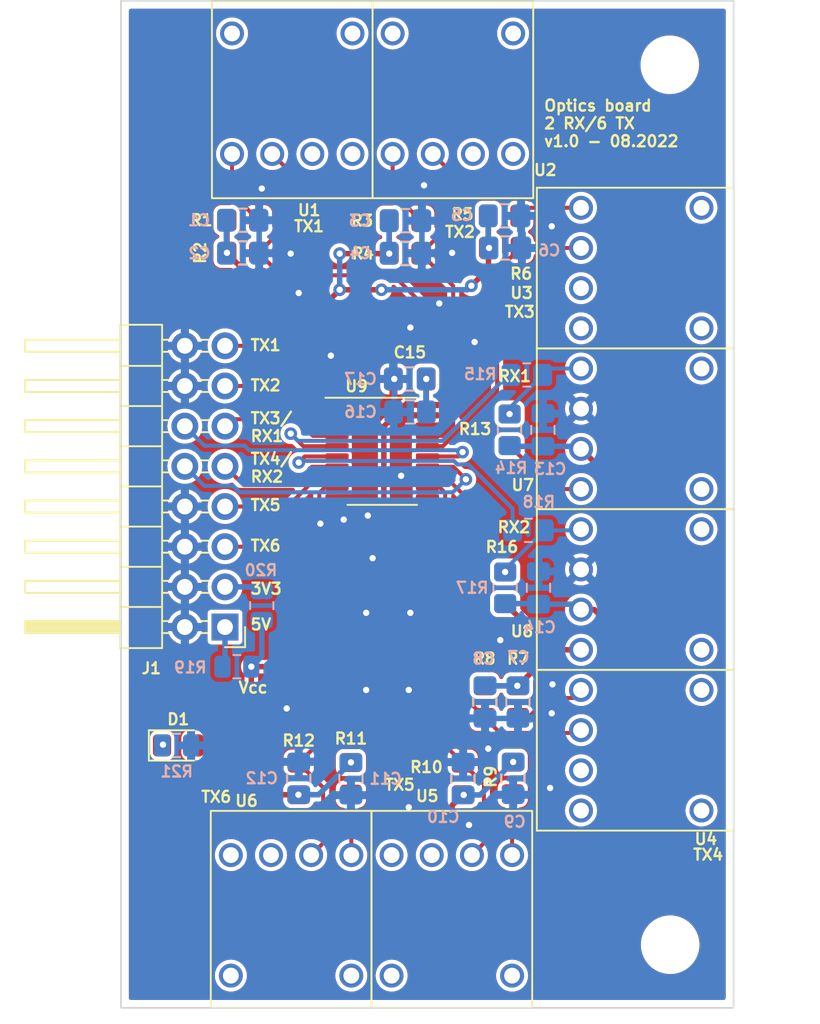
<source format=kicad_pcb>
(kicad_pcb (version 20211014) (generator pcbnew)
  (layers (0 "F.Cu" signal) (31 "B.Cu" signal) (34 "B.Paste" user) (35 "F.Paste" user) (36 "B.SilkS" user "B.Silkscreen") (37 "F.SilkS" user "F.Silkscreen") (38 "B.Mask" user) (39 "F.Mask" user) (44 "Edge.Cuts" user))
  (net 0 "")
  (net 1 "GND")
  (net 2 "VCC")
  (net 3 "Net-(D1-Pad1)")
  (net 4 "+5V")
  (net 5 "+3V3")
  (net 6 "/TX6")
  (net 7 "/TX5")
  (net 8 "/TX4")
  (net 9 "/RX2b")
  (net 10 "/TX3")
  (net 11 "/RX1b")
  (net 12 "/TX2")
  (net 13 "/TX1")
  (net 14 "Net-(R1-Pad1)")
  (net 15 "/TX1b")
  (net 16 "Net-(R3-Pad1)")
  (net 17 "/TX2b")
  (net 18 "Net-(R5-Pad1)")
  (net 19 "/TX3b")
  (net 20 "Net-(R7-Pad1)")
  (net 21 "/TX4b")
  (net 22 "Net-(R9-Pad1)")
  (net 23 "/TX5b")
  (net 24 "Net-(R11-Pad1)")
  (net 25 "/TX6b")
  (net 26 "Net-(R13-Pad1)")
  (net 27 "Net-(R13-Pad2)")
  (net 28 "/RX1")
  (net 29 "Net-(R16-Pad1)")
  (net 30 "Net-(R16-Pad2)")
  (net 31 "/RX2")
  (footprint "CL_Fiber_Optic:HFBR-2521Z" (layer "F.Cu") (at 128.651 66.7512 -90)
    (fp_text reference "U8")
    (fp_text value "HFBR-2521Z")
  )
  (footprint "Capacitor_SMD:C_0805_2012Metric_Pad1.18x1.45mm_HandSolder" (layer "F.Cu") (at 114.5247 53.4416)
    (fp_text reference "C15")
    (fp_text value "100nF")
  )
  (footprint "Resistor_SMD:R_0805_2012Metric_Pad1.20x1.40mm_HandSolder" (layer "F.Cu") (at 103.9528 43.4086 180)
    (fp_text reference "R1")
    (fp_text value "220R")
  )
  (footprint "Resistor_SMD:R_0805_2012Metric_Pad1.20x1.40mm_HandSolder" (layer "F.Cu") (at 120.4816 43.1292 180)
    (fp_text reference "R5")
    (fp_text value "220R")
  )
  (footprint "CL_Fiber_Optic:HFBR-2521Z" (layer "F.Cu") (at 128.651 56.5912 -90)
    (fp_text reference "U7")
    (fp_text value "HFBR-2521Z")
  )
  (footprint "Package_SO:TSSOP-20_4.4x6.5mm_P0.65mm" (layer "F.Cu") (at 112.776 58.0136)
    (fp_text reference "U9")
    (fp_text value "74HCT541")
  )
  (footprint "CL_Fiber_Optic:HFBR-1521Z" (layer "F.Cu") (at 107.0844 35.917)
    (fp_text reference "U1")
    (fp_text value "HFBR-1521Z")
  )
  (footprint "Resistor_SMD:R_0805_2012Metric_Pad1.20x1.40mm_HandSolder" (layer "F.Cu") (at 120.4976 45.1612 180)
    (fp_text reference "R6")
    (fp_text value "2k")
  )
  (footprint "CL_Fiber_Optic:HFBR-1521Z" (layer "F.Cu") (at 128.651 76.9112 -90)
    (fp_text reference "U4")
    (fp_text value "HFBR-1521Z")
  )
  (footprint "Connector_PinHeader_2.54mm:PinHeader_2x08_P2.54mm_Horizontal" (layer "F.Cu") (at 102.8304 69.1238 180)
    (fp_text reference "J1")
    (fp_text value "Conn_02x08_Odd_Even")
  )
  (footprint "CL_Fiber_Optic:HFBR-1521Z" (layer "F.Cu") (at 117.1788 86.8412 180)
    (fp_text reference "U5")
    (fp_text value "HFBR-1521Z")
  )
  (footprint "MountingHole:MountingHole_3.2mm_M3" (layer "F.Cu") (at 130.9624 33.5788)
    (fp_text reference "REF**" hide)
    (fp_text value "MountingHole_3.2mm_M3")
  )
  (footprint "Resistor_SMD:R_0805_2012Metric_Pad1.20x1.40mm_HandSolder" (layer "F.Cu") (at 114.2183 43.434 180)
    (fp_text reference "R3")
    (fp_text value "220R")
  )
  (footprint "LED_SMD:LED_0805_2012Metric_Pad1.15x1.40mm_HandSolder" (layer "F.Cu") (at 99.8728 76.6064)
    (fp_text reference "D1")
    (fp_text value "LED")
  )
  (footprint "Resistor_SMD:R_0805_2012Metric_Pad1.20x1.40mm_HandSolder" (layer "F.Cu") (at 121.031 78.6638 90)
    (fp_text reference "R9")
    (fp_text value "220R")
  )
  (footprint "Resistor_SMD:R_0805_2012Metric_Pad1.20x1.40mm_HandSolder" (layer "F.Cu") (at 114.2183 45.5168 180)
    (fp_text reference "R4")
    (fp_text value "2k")
  )
  (footprint "Resistor_SMD:R_0805_2012Metric_Pad1.20x1.40mm_HandSolder" (layer "F.Cu") (at 103.9528 45.466 180)
    (fp_text reference "R2")
    (fp_text value "2k")
  )
  (footprint "Resistor_SMD:R_0805_2012Metric_Pad1.20x1.40mm_HandSolder" (layer "F.Cu") (at 120.8292 56.6506 -90)
    (fp_text reference "R13")
    (fp_text value "0R")
  )
  (footprint "CL_Fiber_Optic:HFBR-1521Z" (layer "F.Cu") (at 128.651 46.4312 -90)
    (fp_text reference "U3")
    (fp_text value "HFBR-1521Z")
  )
  (footprint "Resistor_SMD:R_0805_2012Metric_Pad1.20x1.40mm_HandSolder" (layer "F.Cu") (at 117.8675 78.724 -90)
    (fp_text reference "R10")
    (fp_text value "2k")
  )
  (footprint "MountingHole:MountingHole_3.2mm_M3" (layer "F.Cu") (at 130.9878 89.2048)
    (fp_text reference "REF**" hide)
    (fp_text value "MountingHole_3.2mm_M3")
  )
  (footprint "Resistor_SMD:R_0805_2012Metric_Pad1.20x1.40mm_HandSolder" (layer "F.Cu") (at 121.3612 73.8378 90)
    (fp_text reference "R7")
    (fp_text value "220R")
  )
  (footprint "Resistor_SMD:R_0805_2012Metric_Pad1.20x1.40mm_HandSolder" (layer "F.Cu") (at 110.7948 78.6892 90)
    (fp_text reference "R11")
    (fp_text value "220R")
  )
  (footprint "Resistor_SMD:R_0805_2012Metric_Pad1.20x1.40mm_HandSolder" (layer "F.Cu") (at 120.5498 66.6422 -90)
    (fp_text reference "R16")
    (fp_text value "0R")
  )
  (footprint "CL_Fiber_Optic:HFBR-1521Z" (layer "F.Cu") (at 117.2444 35.917)
    (fp_text reference "U2")
    (fp_text value "HFBR-1521Z")
  )
  (footprint "CL_Fiber_Optic:HFBR-1521Z" (layer "F.Cu") (at 107.0102 86.8412 180)
    (fp_text reference "U6")
    (fp_text value "HFBR-1521Z")
  )
  (footprint "Resistor_SMD:R_0805_2012Metric_Pad1.20x1.40mm_HandSolder" (layer "F.Cu") (at 107.4928 78.724 -90)
    (fp_text reference "R12")
    (fp_text value "2k")
  )
  (footprint "Resistor_SMD:R_0805_2012Metric_Pad1.20x1.40mm_HandSolder" (layer "F.Cu") (at 119.253 73.8378 90)
    (fp_text reference "R8")
    (fp_text value "2k")
  )
  (footprint "Capacitor_SMD:C_0805_2012Metric_Pad1.18x1.45mm_HandSolder" (layer "B.Cu") (at 120.5191 43.1292 180)
    (fp_text reference "C5")
    (fp_text value "100nF")
  )
  (footprint "Capacitor_SMD:C_0805_2012Metric_Pad1.18x1.45mm_HandSolder" (layer "B.Cu") (at 117.8929 78.6986 -90)
    (fp_text reference "C10")
    (fp_text value "1uF")
  )
  (footprint "Resistor_SMD:R_0805_2012Metric" (layer "B.Cu") (at 99.7712 76.6064)
    (fp_text reference "R21")
    (fp_text value "2k")
  )
  (footprint "Capacitor_SMD:C_0805_2012Metric_Pad1.18x1.45mm_HandSolder" (layer "B.Cu") (at 103.9528 43.4086 180)
    (fp_text reference "C1")
    (fp_text value "100nF")
  )
  (footprint "Capacitor_SMD:C_0805_2012Metric_Pad1.18x1.45mm_HandSolder" (layer "B.Cu") (at 114.2398 45.4914 180)
    (fp_text reference "C4")
    (fp_text value "1uF")
  )
  (footprint "Capacitor_SMD:C_0805_2012Metric_Pad1.18x1.45mm_HandSolder" (layer "B.Cu") (at 110.7948 78.7146 90)
    (fp_text reference "C11")
    (fp_text value "100nF")
  )
  (footprint "Capacitor_SMD:C_0805_2012Metric_Pad1.18x1.45mm_HandSolder" (layer "B.Cu") (at 114.5325 55.5244)
    (fp_text reference "C16")
    (fp_text value "100nF")
  )
  (footprint "Capacitor_SMD:C_0805_2012Metric_Pad1.18x1.45mm_HandSolder" (layer "B.Cu") (at 103.9528 45.4914 180)
    (fp_text reference "C2")
    (fp_text value "1uF")
  )
  (footprint "Resistor_SMD:R_0805_2012Metric" (layer "B.Cu") (at 105.156 67.7672 90)
    (fp_text reference "R20")
    (fp_text value "DNP")
  )
  (footprint "Capacitor_SMD:C_0805_2012Metric_Pad1.18x1.45mm_HandSolder" (layer "B.Cu") (at 121.0564 78.6892 90)
    (fp_text reference "C9")
    (fp_text value "100nF")
  )
  (footprint "Capacitor_SMD:C_0805_2012Metric_Pad1.18x1.45mm_HandSolder" (layer "B.Cu") (at 114.2476 43.434 180)
    (fp_text reference "C3")
    (fp_text value "100nF")
  )
  (footprint "Resistor_SMD:R_0805_2012Metric_Pad1.20x1.40mm_HandSolder" (layer "B.Cu") (at 122.0216 63.01)
    (fp_text reference "R18")
    (fp_text value "47R")
  )
  (footprint "Resistor_SMD:R_0805_2012Metric_Pad1.20x1.40mm_HandSolder" (layer "B.Cu") (at 120.8292 56.66 -90)
    (fp_text reference "R14")
    (fp_text value "DNP")
  )
  (footprint "Capacitor_SMD:C_0805_2012Metric_Pad1.18x1.45mm_HandSolder" (layer "B.Cu") (at 119.2784 73.8593 90)
    (fp_text reference "C8")
    (fp_text value "1uF")
  )
  (footprint "Resistor_SMD:R_0805_2012Metric_Pad1.20x1.40mm_HandSolder" (layer "B.Cu") (at 121.92 53.1876)
    (fp_text reference "R15")
    (fp_text value "47R")
  )
  (footprint "Capacitor_SMD:C_0805_2012Metric_Pad1.18x1.45mm_HandSolder" (layer "B.Cu") (at 114.5032 53.4416)
    (fp_text reference "C17")
    (fp_text value "1uF")
  )
  (footprint "Capacitor_SMD:C_0805_2012Metric_Pad1.18x1.45mm_HandSolder" (layer "B.Cu") (at 121.3612 73.8632 90)
    (fp_text reference "C7")
    (fp_text value "100nF")
  )
  (footprint "Capacitor_SMD:C_0805_2012Metric_Pad1.18x1.45mm_HandSolder" (layer "B.Cu") (at 122.658 66.6422 -90)
    (fp_text reference "C14")
    (fp_text value "100nF")
  )
  (footprint "Capacitor_SMD:C_0805_2012Metric_Pad1.18x1.45mm_HandSolder" (layer "B.Cu") (at 122.9374 56.66 -90)
    (fp_text reference "C13")
    (fp_text value "100nF")
  )
  (footprint "Capacitor_SMD:C_0805_2012Metric_Pad1.18x1.45mm_HandSolder" (layer "B.Cu") (at 120.5699 45.1612 180)
    (fp_text reference "C6")
    (fp_text value "1uF")
  )
  (footprint "Capacitor_SMD:C_0805_2012Metric_Pad1.18x1.45mm_HandSolder" (layer "B.Cu") (at 107.4928 78.6826 -90)
    (fp_text reference "C12")
    (fp_text value "1uF")
  )
  (footprint "Resistor_SMD:R_0805_2012Metric_Pad1.20x1.40mm_HandSolder" (layer "B.Cu") (at 120.5498 66.6422 -90)
    (fp_text reference "R17")
    (fp_text value "DNP")
  )
  (footprint "Resistor_SMD:R_0805_2012Metric" (layer "B.Cu") (at 103.5812 71.628 180)
    (fp_text reference "R19")
    (fp_text value "0R")
  )
  (gr_rect (start 135 29.5344) (end 96.2484 93.1956) (layer "Edge.Cuts") (width 0.1) (fill none))
  (gr_text "TX6" (at 104.3686 63.9826) (layer "F.SilkS") (effects (font (size 0.7 0.7)) (justify left)))
  (gr_text "RX2" (at 119.9896 62.8142) (layer "F.SilkS") (effects (font (size 0.7 0.7)) (justify left)))
  (gr_text "TX4\n" (at 132.3594 83.5152) (layer "F.SilkS") (effects (font (size 0.7 0.7)) (justify left)))
  (gr_text "TX6" (at 101.2444 79.8576) (layer "F.SilkS") (effects (font (size 0.7 0.7)) (justify left)))
  (gr_text "TX3/\nRX1" (at 104.3686 56.4896) (layer "F.SilkS") (effects (font (size 0.7 0.7)) (justify left)))
  (gr_text "RX1" (at 120.0404 53.2638) (layer "F.SilkS") (effects (font (size 0.7 0.7)) (justify left)))
  (gr_text "Vcc" (at 103.6066 72.9488) (layer "F.SilkS") (effects (font (size 0.7 0.7)) (justify left)))
  (gr_text "3V3" (at 104.3686 66.7004) (layer "F.SilkS") (effects (font (size 0.7 0.7)) (justify left)))
  (gr_text "TX2" (at 104.3686 53.848) (layer "F.SilkS") (effects (font (size 0.7 0.7)) (justify left)))
  (gr_text "TX4/\nRX2" (at 104.3686 59.055) (layer "F.SilkS") (effects (font (size 0.7 0.7)) (justify left)))
  (gr_text "TX1" (at 104.3686 51.308) (layer "F.SilkS") (effects (font (size 0.7 0.7)) (justify left)))
  (gr_text "TX1" (at 107.1118 43.7896) (layer "F.SilkS") (effects (font (size 0.7 0.7)) (justify left)))
  (gr_text "TX3" (at 120.4468 49.1998) (layer "F.SilkS") (effects (font (size 0.7 0.7)) (justify left)))
  (gr_text "TX5" (at 112.8522 79.0956) (layer "F.SilkS") (effects (font (size 0.7 0.7)) (justify left)))
  (gr_text "Optics board\n2 RX/6 TX\nv1.0 - 08.2022" (at 122.936 37.2872) (layer "F.SilkS") (effects (font (size 0.7 0.7)) (justify left)))
  (gr_text "TX2" (at 116.6622 44.1452) (layer "F.SilkS") (effects (font (size 0.7 0.7)) (justify left)))
  (gr_text "TX5" (at 104.3686 61.4172) (layer "F.SilkS") (effects (font (size 0.7 0.7)) (justify left)))
  (gr_text "5V" (at 104.3686 68.961) (layer "F.SilkS") (effects (font (size 0.7 0.7)) (justify left)))
  (via (at 109.5248 51.9684) (size 0.8) (drill 0.4) (layers "F.Cu" "B.Cu") (net 1))
  (via (at 113.9698 59.563) (size 0.8) (drill 0.4) (layers "F.Cu" "B.Cu") (net 1))
  (via (at 107.4928 48.006) (size 0.8) (drill 0.4) (layers "F.Cu" "B.Cu") (net 1))
  (via (at 112.1664 64.77) (size 0.8) (drill 0.4) (layers "F.Cu" "B.Cu") (net 1))
  (via (at 111.8616 62.0776) (size 0.8) (drill 0.4) (layers "F.Cu" "B.Cu") (net 1))
  (via (at 105.156 41.402) (size 0.8) (drill 0.4) (layers "F.Cu" "B.Cu") (net 1))
  (via (at 119.4816 76.8096) (size 0.8) (drill 0.4) (layers "F.Cu" "B.Cu") (net 1))
  (via (at 111.76 68.2244) (size 0.8) (drill 0.4) (layers "F.Cu" "B.Cu") (net 1))
  (via (at 116.3828 48.6664) (size 0.8) (drill 0.4) (layers "F.Cu" "B.Cu") (net 1))
  (via (at 117.1956 45.466) (size 0.8) (drill 0.4) (layers "F.Cu" "B.Cu") (net 1))
  (via (at 115.4176 41.1988) (size 0.8) (drill 0.4) (layers "F.Cu" "B.Cu") (net 1))
  (via (at 111.76 73.1012) (size 0.8) (drill 0.4) (layers "F.Cu" "B.Cu") (net 1))
  (via (at 114.4524 73.1012) (size 0.8) (drill 0.4) (layers "F.Cu" "B.Cu") (net 1))
  (via (at 120.2436 69.9516) (size 0.8) (drill 0.4) (layers "F.Cu" "B.Cu") (net 1))
  (via (at 108.8644 62.5856) (size 0.8) (drill 0.4) (layers "F.Cu" "B.Cu") (net 1))
  (via (at 114.554 50.1904) (size 0.8) (drill 0.4) (layers "F.Cu" "B.Cu") (net 1))
  (via (at 123.5456 72.7456) (size 0.8) (drill 0.4) (layers "F.Cu" "B.Cu") (net 1))
  (via (at 106.7308 74.2696) (size 0.8) (drill 0.4) (layers "F.Cu" "B.Cu") (net 1))
  (via (at 123.3932 79.2988) (size 0.8) (drill 0.4) (layers "F.Cu" "B.Cu") (net 1))
  (via (at 114.554 68.2244) (size 0.8) (drill 0.4) (layers "F.Cu" "B.Cu") (net 1))
  (via (at 106.9848 45.5168) (size 0.8) (drill 0.4) (layers "F.Cu" "B.Cu") (net 1))
  (via (at 118.2624 81.6356) (size 0.8) (drill 0.4) (layers "F.Cu" "B.Cu") (net 1))
  (via (at 118.618 51.1048) (size 0.8) (drill 0.4) (layers "F.Cu" "B.Cu") (net 1))
  (via (at 110.3376 62.3316) (size 0.8) (drill 0.4) (layers "F.Cu" "B.Cu") (net 1))
  (via (at 123.4948 43.7896) (size 0.8) (drill 0.4) (layers "F.Cu" "B.Cu") (net 1))
  (via (at 114.4524 80.518) (size 0.8) (drill 0.4) (layers "F.Cu" "B.Cu") (net 1))
  (via (at 113.538 53.4416) (size 0.8) (drill 0.4) (layers "F.Cu" "B.Cu") (net 1))
  (via (at 123.4948 74.5744) (size 0.8) (drill 0.4) (layers "F.Cu" "B.Cu") (net 1))
  (segment (start 115.2851 43.434) (end 115.2851 45.4836) (width 0.35) (layer "B.Cu") (net 1))
  (segment (start 104.9903 43.4086) (end 104.9903 45.4914) (width 0.35) (layer "B.Cu") (net 1))
  (segment (start 121.3612 74.9007) (end 119.2823 74.9007) (width 0.35) (layer "B.Cu") (net 1))
  (segment (start 115.2851 45.4836) (end 115.2773 45.4914) (width 0.35) (layer "B.Cu") (net 1))
  (segment (start 113.538 53.4416) (end 113.538 55.4814) (width 0.35) (layer "B.Cu") (net 1))
  (segment (start 113.538 55.4814) (end 113.495 55.5244) (width 0.35) (layer "B.Cu") (net 1))
  (segment (start 119.2823 74.9007) (end 119.2784 74.8968) (width 0.35) (layer "B.Cu") (net 1))
  (segment (start 106.9848 71.628) (end 107.6452 70.9676) (width 0.35) (layer "F.Cu") (net 2))
  (segment (start 116.973578 85.274378) (end 123.480001 85.274378) (width 0.35) (layer "F.Cu") (net 2))
  (segment (start 119.4976 46.466) (end 118.4148 47.5488) (width 0.35) (layer "F.Cu") (net 2))
  (segment (start 107.6452 68.072) (end 112.8776 62.8396) (width 0.35) (layer "F.Cu") (net 2))
  (segment (start 104.4937 71.628) (end 106.9848 71.628) (width 0.35) (layer "F.Cu") (net 2))
  (segment (start 107.0864 49.6316) (end 102.9528 45.498) (width 0.35) (layer "F.Cu") (net 2))
  (segment (start 107.6452 70.9676) (end 107.6452 68.072) (width 0.35) (layer "F.Cu") (net 2))
  (segment (start 112.1156 49.6316) (end 114.5032 52.0192) (width 0.35) (layer "F.Cu") (net 2))
  (segment (start 114.5032 52.0192) (end 114.5032 54.8132) (width 0.35) (layer "F.Cu") (net 2))
  (segment (start 108.2548 49.6316) (end 112.1156 49.6316) (width 0.35) (layer "F.Cu") (net 2))
  (segment (start 104.4937 71.628) (end 104.4937 77.2179) (width 0.35) (layer "F.Cu") (net 2))
  (segment (start 112.8776 56.4388) (end 114.2278 55.0886) (width 0.35) (layer "F.Cu") (net 2))
  (segment (start 121.3198 72.8378) (end 121.3612 72.8378) (width 0.35) (layer "F.Cu") (net 2))
  (segment (start 113.2183 43.434) (end 113.2183 45.5168) (width 0.35) (layer "F.Cu") (net 2))
  (segment (start 126.7968 68.6308) (end 126.7968 59.309) (width 0.35) (layer "F.Cu") (net 2))
  (segment (start 123.480001 85.274378) (end 126.7968 81.957579) (width 0.35) (layer "F.Cu") (net 2))
  (segment (start 110.0836 47.8028) (end 108.2548 49.6316) (width 0.35) (layer "F.Cu") (net 2))
  (segment (start 112.8776 62.8396) (end 112.8776 56.4388) (width 0.35) (layer "F.Cu") (net 2))
  (segment (start 126.1872 68.0212) (end 126.7968 68.6308) (width 0.35) (layer "F.Cu") (net 2))
  (segment (start 125.349 68.0212) (end 126.1872 68.0212) (width 0.35) (layer "F.Cu") (net 2))
  (segment (start 121.3612 72.8378) (end 122.3678 71.8312) (width 0.35) (layer "F.Cu") (net 2))
  (segment (start 100.8978 76.6064) (end 103.8822 76.6064) (width 0.35) (layer "F.Cu") (net 2))
  (segment (start 117.8675 79.724) (end 117.1956 80.3959) (width 0.35) (layer "F.Cu") (net 2))
  (segment (start 117.1956 80.3959) (end 117.1956 84.328) (width 0.35) (layer "F.Cu") (net 2))
  (segment (start 119.4816 43.1292) (end 119.4816 45.1452) (width 0.35) (layer "F.Cu") (net 2))
  (segment (start 105.768555 85.274378) (end 116.973578 85.274378) (width 0.35) (layer "F.Cu") (net 2))
  (segment (start 115.5622 53.4416) (end 115.5622 55.0123) (width 0.35) (layer "F.Cu") (net 2))
  (segment (start 108.2548 49.6316) (end 107.0864 49.6316) (width 0.35) (layer "F.Cu") (net 2))
  (segment (start 116.313178 85.274378) (end 116.973578 85.274378) (width 0.35) (layer "F.Cu") (net 2))
  (segment (start 114.2278 55.0886) (end 115.6385 55.0886) (width 0.35) (layer "F.Cu") (net 2))
  (segment (start 126.7968 59.309) (end 125.349 57.8612) (width 0.35) (layer "F.Cu") (net 2))
  (segment (start 119.4976 45.1612) (end 119.4976 46.466) (width 0.35) (layer "F.Cu") (net 2))
  (segment (start 126.492 71.8312) (end 126.7968 71.5264) (width 0.35) (layer "F.Cu") (net 2))
  (segment (start 126.7968 81.957579) (end 126.7968 71.5264) (width 0.35) (layer "F.Cu") (net 2))
  (segment (start 104.4937 83.999523) (end 105.768555 85.274378) (width 0.35) (layer "F.Cu") (net 2))
  (segment (start 104.8154 79.724) (end 104.4937 79.4023) (width 0.35) (layer "F.Cu") (net 2))
  (segment (start 115.5622 55.0123) (end 115.6385 55.0886) (width 0.35) (layer "F.Cu") (net 2))
  (segment (start 103.8822 76.6064) (end 104.4937 77.2179) (width 0.35) (layer "F.Cu") (net 2))
  (segment (start 104.4937 79.4023) (end 104.4937 83.999523) (width 0.35) (layer "F.Cu") (net 2))
  (segment (start 122.3678 71.8312) (end 126.492 71.8312) (width 0.35) (layer "F.Cu") (net 2))
  (segment (start 112.7252 47.8028) (end 110.0836 47.8028) (width 0.35) (layer "F.Cu") (net 2))
  (segment (start 114.5032 54.8132) (end 114.2278 55.0886) (width 0.35) (layer "F.Cu") (net 2))
  (segment (start 117.1956 84.328) (end 116.2812 85.2424) (width 0.35) (layer "F.Cu") (net 2))
  (segment (start 119.253 72.8378) (end 121.3198 72.8378) (width 0.35) (layer "F.Cu") (net 2))
  (segment (start 113.2183 45.5168) (end 110.0836 45.5168) (width 0.35) (layer "F.Cu") (net 2))
  (segment (start 119.4816 45.1452) (end 119.4976 45.1612) (width 0.35) (layer "F.Cu") (net 2))
  (segment (start 102.9528 43.4086) (end 102.9528 45.466) (width 0.35) (layer "F.Cu") (net 2))
  (segment (start 104.4937 77.2179) (end 104.4937 79.4023) (width 0.35) (layer "F.Cu") (net 2))
  (segment (start 116.2812 85.2424) (end 116.313178 85.274378) (width 0.35) (layer "F.Cu") (net 2))
  (segment (start 107.474 79.724) (end 104.8154 79.724) (width 0.35) (layer "F.Cu") (net 2))
  (segment (start 107.4928 79.724) (end 107.474 79.724) (width 0.35) (layer "F.Cu") (net 2))
  (segment (start 102.9528 45.498) (end 102.9528 45.466) (width 0.35) (layer "F.Cu") (net 2))
  (segment (start 126.7968 71.5264) (end 126.7968 68.6308) (width 0.35) (layer "F.Cu") (net 2))
  (via (at 110.7948 77.6771) (size 0.8) (drill 0.4) (layers "F.Cu" "B.Cu") (net 2))
  (via (at 118.4148 47.5488) (size 0.8) (drill 0.4) (layers "F.Cu" "B.Cu") (net 2))
  (via (at 121.0564 77.6517) (size 0.8) (drill 0.4) (layers "F.Cu" "B.Cu") (net 2))
  (via (at 112.7252 47.8028) (size 0.8) (drill 0.4) (layers "F.Cu" "B.Cu") (net 2))
  (via (at 121.3198 72.8378) (size 0.8) (drill 0.4) (layers "F.Cu" "B.Cu") (net 2))
  (via (at 119.5324 45.1612) (size 0.8) (drill 0.4) (layers "F.Cu" "B.Cu") (net 2))
  (via (at 110.0836 47.8028) (size 0.8) (drill 0.4) (layers "F.Cu" "B.Cu") (net 2))
  (via (at 102.9528 45.466) (size 0.8) (drill 0.4) (layers "F.Cu" "B.Cu") (net 2))
  (via (at 110.0836 45.5168) (size 0.8) (drill 0.4) (layers "F.Cu" "B.Cu") (net 2))
  (via (at 107.474 79.724) (size 0.8) (drill 0.4) (layers "F.Cu" "B.Cu") (net 2))
  (via (at 117.9267 79.7361) (size 0.8) (drill 0.4) (layers "F.Cu" "B.Cu") (net 2))
  (via (at 115.5622 53.4416) (size 0.8) (drill 0.4) (layers "F.Cu" "B.Cu") (net 2))
  (via (at 104.4937 71.628) (size 0.8) (drill 0.4) (layers "F.Cu" "B.Cu") (net 2))
  (via (at 113.2183 45.5168) (size 0.8) (drill 0.4) (layers "F.Cu" "B.Cu") (net 2))
  (segment (start 118.1608 47.8028) (end 112.7252 47.8028) (width 0.35) (layer "B.Cu") (net 2))
  (segment (start 125.0075 67.6797) (end 125.349 68.0212) (width 0.35) (layer "B.Cu") (net 2))
  (segment (start 107.4928 79.7201) (end 108.7518 79.7201) (width 0.35) (layer "B.Cu") (net 2))
  (segment (start 115.5407 55.4951) (end 115.57 55.5244) (width 0.35) (layer "B.Cu") (net 2))
  (segment (start 110.0836 45.5168) (end 110.0836 47.8028) (width 0.35) (layer "B.Cu") (net 2))
  (segment (start 102.9153 43.4086) (end 102.9153 45.4914) (width 0.35) (layer "B.Cu") (net 2))
  (segment (start 115.5407 53.4416) (end 115.5407 55.4951) (width 0.35) (layer "B.Cu") (net 2))
  (segment (start 119.4816 43.1292) (end 119.4816 45.1104) (width 0.35) (layer "B.Cu") (net 2))
  (segment (start 120.5498 67.6422) (end 122.6205 67.6422) (width 0.35) (layer "B.Cu") (net 2))
  (segment (start 113.2101 45.4836) (end 113.2023 45.4914) (width 0.35) (layer "B.Cu") (net 2))
  (segment (start 113.2101 43.434) (end 113.2101 45.4836) (width 0.35) (layer "B.Cu") (net 2))
  (segment (start 125.1853 57.6975) (end 125.349 57.8612) (width 0.35) (layer "B.Cu") (net 2))
  (segment (start 117.9267 79.7361) (end 118.972 79.7361) (width 0.35) (layer "B.Cu") (net 2))
  (segment (start 120.8667 57.6975) (end 120.8292 57.66) (width 0.35) (layer "B.Cu") (net 2))
  (segment (start 118.972 79.7361) (end 121.0564 77.6517) (width 0.35) (layer "B.Cu") (net 2))
  (segment (start 122.9374 57.6975) (end 125.1853 57.6975) (width 0.35) (layer "B.Cu") (net 2))
  (segment (start 105.156 68.6797) (end 105.156 70.9657) (width 0.35) (layer "B.Cu") (net 2))
  (segment (start 118.4148 47.5488) (end 118.1608 47.8028) (width 0.35) (layer "B.Cu") (net 2))
  (segment (start 122.658 67.6797) (end 125.0075 67.6797) (width 0.35) (layer "B.Cu") (net 2))
  (segment (start 119.4816 45.1104) (end 119.5324 45.1612) (width 0.35) (layer "B.Cu") (net 2))
  (segment (start 121.3198 72.8378) (end 119.2944 72.8378) (width 0.35) (layer "B.Cu") (net 2))
  (segment (start 117.8929 79.7361) (end 117.9267 79.7361) (width 0.35) (layer "B.Cu") (net 2))
  (segment (start 108.7518 79.7201) (end 110.7948 77.6771) (width 0.35) (layer "B.Cu") (net 2))
  (segment (start 105.156 70.9657) (end 104.4937 71.628) (width 0.35) (layer "B.Cu") (net 2))
  (segment (start 119.2944 72.8378) (end 119.2784 72.8218) (width 0.35) (layer "B.Cu") (net 2))
  (segment (start 122.6205 67.6422) (end 122.658 67.6797) (width 0.35) (layer "B.Cu") (net 2))
  (segment (start 122.9374 57.6975) (end 120.8667 57.6975) (width 0.35) (layer "B.Cu") (net 2))
  (via (at 98.9076 76.5556) (size 0.8) (drill 0.4) (layers "F.Cu" "B.Cu") (net 3))
  (segment (start 102.8304 71.4663) (end 102.6687 71.628) (width 0.35) (layer "B.Cu") (net 4))
  (segment (start 102.8304 69.1238) (end 102.8304 71.4663) (width 0.35) (layer "B.Cu") (net 4))
  (segment (start 104.8851 66.5838) (end 105.156 66.8547) (width 0.35) (layer "B.Cu") (net 5))
  (segment (start 102.8304 66.5838) (end 104.8851 66.5838) (width 0.35) (layer "B.Cu") (net 5))
  (segment (start 105.9838 64.0438) (end 108.795 61.2326) (width 0.254) (layer "F.Cu") (net 6))
  (segment (start 109.145763 60.2886) (end 109.9135 60.2886) (width 0.254) (layer "F.Cu") (net 6))
  (segment (start 102.8304 64.0438) (end 105.9838 64.0438) (width 0.254) (layer "F.Cu") (net 6))
  (segment (start 108.795 60.639363) (end 109.145763 60.2886) (width 0.254) (layer "F.Cu") (net 6))
  (segment (start 108.795 61.2326) (end 108.795 60.639363) (width 0.254) (layer "F.Cu") (net 6))
  (segment (start 106.7966 61.5038) (end 108.6618 59.6386) (width 0.254) (layer "F.Cu") (net 7))
  (segment (start 102.8304 61.5038) (end 106.7966 61.5038) (width 0.254) (layer "F.Cu") (net 7))
  (segment (start 108.6618 59.6386) (end 109.9135 59.6386) (width 0.254) (layer "F.Cu") (net 7))
  (segment (start 109.9135 58.9886) (end 108.333001 58.9886) (width 0.254) (layer "F.Cu") (net 8))
  (segment (start 108.333001 58.9886) (end 107.377601 59.944) (width 0.254) (layer "F.Cu") (net 8))
  (segment (start 107.377601 59.944) (end 103.8106 59.944) (width 0.254) (layer "F.Cu") (net 8))
  (segment (start 103.8106 59.944) (end 102.8304 58.9638) (width 0.254) (layer "F.Cu") (net 8))
  (segment (start 115.6385 58.9886) (end 117.270006 58.9886) (width 0.254) (layer "F.Cu") (net 9))
  (segment (start 117.270006 58.9886) (end 118.066103 59.784697) (width 0.254) (layer "F.Cu") (net 9))
  (via (at 118.066103 59.784697) (size 0.8) (drill 0.4) (layers "F.Cu" "B.Cu") (net 9))
  (segment (start 117.2464 60.6044) (end 118.066103 59.784697) (width 0.254) (layer "B.Cu") (net 9))
  (segment (start 101.5214 60.1948) (end 103.340297 60.1948) (width 0.254) (layer "B.Cu") (net 9))
  (segment (start 103.340297 60.1948) (end 103.749897 60.6044) (width 0.254) (layer "B.Cu") (net 9))
  (segment (start 100.2904 58.9638) (end 101.5214 60.1948) (width 0.254) (layer "B.Cu") (net 9))
  (segment (start 103.749897 60.6044) (end 117.2464 60.6044) (width 0.254) (layer "B.Cu") (net 9))
  (segment (start 103.2726 55.9816) (end 107.3404 55.9816) (width 0.254) (layer "F.Cu") (net 10))
  (segment (start 107.3404 55.9816) (end 108.3974 57.0386) (width 0.254) (layer "F.Cu") (net 10))
  (segment (start 102.8304 56.4238) (end 103.2726 55.9816) (width 0.254) (layer "F.Cu") (net 10))
  (segment (start 108.3974 57.0386) (end 109.9135 57.0386) (width 0.254) (layer "F.Cu") (net 10))
  (segment (start 117.5818 58.3386) (end 117.856 58.0644) (width 0.254) (layer "F.Cu") (net 11))
  (segment (start 115.6385 58.3386) (end 117.5818 58.3386) (width 0.254) (layer "F.Cu") (net 11))
  (via (at 117.856 58.0644) (size 0.8) (drill 0.4) (layers "F.Cu" "B.Cu") (net 11))
  (segment (start 117.7354 57.9438) (end 104.358815 57.9438) (width 0.254) (layer "B.Cu") (net 11))
  (segment (start 117.856 58.0644) (end 117.7354 57.9438) (width 0.254) (layer "B.Cu") (net 11))
  (segment (start 101.5246 57.658) (end 100.2904 56.4238) (width 0.254) (layer "B.Cu") (net 11))
  (segment (start 104.358815 57.9438) (end 104.073015 57.658) (width 0.254) (layer "B.Cu") (net 11))
  (segment (start 104.073015 57.658) (end 101.5246 57.658) (width 0.254) (layer "B.Cu") (net 11))
  (segment (start 108.947 56.369) (end 109.8939 56.369) (width 0.254) (layer "F.Cu") (net 12))
  (segment (start 109.8939 56.369) (end 109.9135 56.3886) (width 0.254) (layer "F.Cu") (net 12))
  (segment (start 106.4618 53.8838) (end 108.947 56.369) (width 0.254) (layer "F.Cu") (net 12))
  (segment (start 102.8304 53.8838) (end 106.4618 53.8838) (width 0.254) (layer "F.Cu") (net 12))
  (segment (start 105.8014 51.3438) (end 102.8304 51.3438) (width 0.254) (layer "F.Cu") (net 13))
  (segment (start 108.795 55.387837) (end 108.795 54.3374) (width 0.254) (layer "F.Cu") (net 13))
  (segment (start 108.795 54.3374) (end 105.8014 51.3438) (width 0.254) (layer "F.Cu") (net 13))
  (segment (start 109.9135 55.7386) (end 109.145763 55.7386) (width 0.254) (layer "F.Cu") (net 13))
  (segment (start 109.145763 55.7386) (end 108.795 55.387837) (width 0.254) (layer "F.Cu") (net 13))
  (segment (start 104.9528 43.4086) (end 103.2744 41.7302) (width 0.254) (layer "F.Cu") (net 14))
  (segment (start 103.2744 41.7302) (end 103.2744 39.219) (width 0.254) (layer "F.Cu") (net 14))
  (segment (start 113.4872 46.8884) (end 116.757 50.1582) (width 0.254) (layer "F.Cu") (net 15))
  (segment (start 106.571899 39.976499) (end 106.571899 43.846901) (width 0.254) (layer "F.Cu") (net 15))
  (segment (start 106.571899 43.846901) (end 104.9528 45.466) (width 0.254) (layer "F.Cu") (net 15))
  (segment (start 116.433 56.3886) (end 115.6385 56.3886) (width 0.254) (layer "F.Cu") (net 15))
  (segment (start 105.8144 39.219) (end 106.571899 39.976499) (width 0.254) (layer "F.Cu") (net 15))
  (segment (start 116.757 50.1582) (end 116.757 56.0646) (width 0.254) (layer "F.Cu") (net 15))
  (segment (start 106.3752 46.8884) (end 113.4872 46.8884) (width 0.254) (layer "F.Cu") (net 15))
  (segment (start 116.757 56.0646) (end 116.433 56.3886) (width 0.254) (layer "F.Cu") (net 15))
  (segment (start 104.9528 45.466) (end 106.3752 46.8884) (width 0.254) (layer "F.Cu") (net 15))
  (segment (start 113.4344 41.6501) (end 113.4344 39.219) (width 0.254) (layer "F.Cu") (net 16))
  (segment (start 115.2183 43.434) (end 113.4344 41.6501) (width 0.254) (layer "F.Cu") (net 16))
  (segment (start 116.731899 44.003201) (end 115.2183 45.5168) (width 0.254) (layer "F.Cu") (net 17))
  (segment (start 116.545 57.0386) (end 115.6385 57.0386) (width 0.254) (layer "F.Cu") (net 17))
  (segment (start 117.265 47.5635) (end 117.265 56.3186) (width 0.254) (layer "F.Cu") (net 17))
  (segment (start 115.2183 45.5168) (end 117.265 47.5635) (width 0.254) (layer "F.Cu") (net 17))
  (segment (start 115.9744 39.219) (end 116.731899 39.976499) (width 0.254) (layer "F.Cu") (net 17))
  (segment (start 117.265 56.3186) (end 116.545 57.0386) (width 0.254) (layer "F.Cu") (net 17))
  (segment (start 116.731899 39.976499) (end 116.731899 44.003201) (width 0.254) (layer "F.Cu") (net 17))
  (segment (start 121.4816 43.1292) (end 121.9896 42.6212) (width 0.254) (layer "F.Cu") (net 18))
  (segment (start 121.9896 42.6212) (end 125.349 42.6212) (width 0.254) (layer "F.Cu") (net 18))
  (segment (start 116.61342 57.6886) (end 115.6385 57.6886) (width 0.254) (layer "F.Cu") (net 19))
  (segment (start 121.4976 45.1612) (end 125.349 45.1612) (width 0.254) (layer "F.Cu") (net 19))
  (segment (start 120.0404 54.26162) (end 116.61342 57.6886) (width 0.254) (layer "F.Cu") (net 19))
  (segment (start 120.0404 46.6184) (end 120.0404 54.26162) (width 0.254) (layer "F.Cu") (net 19))
  (segment (start 121.4976 45.1612) (end 120.0404 46.6184) (width 0.254) (layer "F.Cu") (net 19))
  (segment (start 123.2408 73.6092) (end 124.841 73.6092) (width 0.254) (layer "F.Cu") (net 20))
  (segment (start 121.3612 74.8378) (end 122.0122 74.8378) (width 0.254) (layer "F.Cu") (net 20))
  (segment (start 122.0122 74.8378) (end 123.2408 73.6092) (width 0.254) (layer "F.Cu") (net 20))
  (segment (start 124.841 73.6092) (end 125.349 73.1012) (width 0.254) (layer "F.Cu") (net 20))
  (segment (start 125.1714 75.8188) (end 125.349 75.6412) (width 0.254) (layer "F.Cu") (net 21))
  (segment (start 119.253 74.8378) (end 120.234 75.8188) (width 0.254) (layer "F.Cu") (net 21))
  (segment (start 118.172 73.7568) (end 119.253 74.8378) (width 0.254) (layer "F.Cu") (net 21))
  (segment (start 115.6385 59.6386) (end 116.7886 59.6386) (width 0.254) (layer "F.Cu") (net 21))
  (segment (start 118.172 61.022) (end 118.172 73.7568) (width 0.254) (layer "F.Cu") (net 21))
  (segment (start 120.234 75.8188) (end 125.1714 75.8188) (width 0.254) (layer "F.Cu") (net 21))
  (segment (start 116.7886 59.6386) (end 118.172 61.022) (width 0.254) (layer "F.Cu") (net 21))
  (segment (start 120.9888 79.706) (end 120.9888 83.5392) (width 0.254) (layer "F.Cu") (net 22))
  (segment (start 121.031 79.6638) (end 120.9888 79.706) (width 0.254) (layer "F.Cu") (net 22))
  (segment (start 116.757 76.6135) (end 116.757 60.639363) (width 0.254) (layer "F.Cu") (net 23))
  (segment (start 116.757 60.639363) (end 116.406237 60.2886) (width 0.254) (layer "F.Cu") (net 23))
  (segment (start 117.8675 77.724) (end 119.206299 79.062799) (width 0.254) (layer "F.Cu") (net 23))
  (segment (start 119.206299 79.062799) (end 119.206299 82.781701) (width 0.254) (layer "F.Cu") (net 23))
  (segment (start 117.8675 77.724) (end 116.757 76.6135) (width 0.254) (layer "F.Cu") (net 23))
  (segment (start 119.206299 82.781701) (end 118.4488 83.5392) (width 0.254) (layer "F.Cu") (net 23))
  (segment (start 116.406237 60.2886) (end 115.6385 60.2886) (width 0.254) (layer "F.Cu") (net 23))
  (segment (start 110.7948 79.6892) (end 110.8202 79.7146) (width 0.254) (layer "F.Cu") (net 24))
  (segment (start 110.8202 79.7146) (end 110.8202 83.5392) (width 0.254) (layer "F.Cu") (net 24))
  (segment (start 109.9312 75.2856) (end 109.9312 68.1736) (width 0.254) (layer "F.Cu") (net 25))
  (segment (start 107.4928 77.724) (end 109.037699 79.268899) (width 0.254) (layer "F.Cu") (net 25))
  (segment (start 109.9312 68.1736) (end 115.6385 62.4663) (width 0.254) (layer "F.Cu") (net 25))
  (segment (start 109.037699 79.268899) (end 109.037699 82.781701) (width 0.254) (layer "F.Cu") (net 25))
  (segment (start 115.6385 62.4663) (end 115.6385 60.9386) (width 0.254) (layer "F.Cu") (net 25))
  (segment (start 107.4928 77.724) (end 109.9312 75.2856) (width 0.254) (layer "F.Cu") (net 25))
  (segment (start 109.037699 82.781701) (end 108.2802 83.5392) (width 0.254) (layer "F.Cu") (net 25))
  (via (at 120.8292 55.66) (size 0.8) (drill 0.4) (layers "F.Cu" "B.Cu") (net 26))
  (segment (start 120.8292 55.66) (end 120.8292 55.2784) (width 0.254) (layer "B.Cu") (net 26))
  (segment (start 120.8292 55.2784) (end 122.92 53.1876) (width 0.254) (layer "B.Cu") (net 26))
  (segment (start 122.92 53.1876) (end 123.3264 52.7812) (width 0.254) (layer "B.Cu") (net 26))
  (segment (start 123.3264 52.7812) (end 125.349 52.7812) (width 0.254) (layer "B.Cu") (net 26))
  (segment (start 120.8292 57.6506) (end 123.5798 60.4012) (width 0.254) (layer "F.Cu") (net 27))
  (segment (start 123.5798 60.4012) (end 125.349 60.4012) (width 0.254) (layer "F.Cu") (net 27))
  (segment (start 107.7774 57.6886) (end 109.9135 57.6886) (width 0.254) (layer "F.Cu") (net 28))
  (segment (start 106.9848 56.896) (end 107.7774 57.6886) (width 0.254) (layer "F.Cu") (net 28))
  (via (at 106.9848 56.896) (size 0.8) (drill 0.4) (layers "F.Cu" "B.Cu") (net 28))
  (segment (start 120.7516 53.1876) (end 120.92 53.1876) (width 0.254) (layer "B.Cu") (net 28))
  (segment (start 116.586 57.3532) (end 120.7516 53.1876) (width 0.254) (layer "B.Cu") (net 28))
  (segment (start 106.9848 56.896) (end 107.442 57.3532) (width 0.254) (layer "B.Cu") (net 28))
  (segment (start 107.442 57.3532) (end 116.586 57.3532) (width 0.254) (layer "B.Cu") (net 28))
  (via (at 120.5498 65.6422) (size 0.8) (drill 0.4) (layers "F.Cu" "B.Cu") (net 29))
  (segment (start 123.0216 63.01) (end 125.2802 63.01) (width 0.254) (layer "B.Cu") (net 29))
  (segment (start 120.5498 65.4818) (end 123.0216 63.01) (width 0.254) (layer "B.Cu") (net 29))
  (segment (start 125.2802 63.01) (end 125.349 62.9412) (width 0.254) (layer "B.Cu") (net 29))
  (segment (start 120.5498 65.6422) (end 120.5498 65.4818) (width 0.254) (layer "B.Cu") (net 29))
  (segment (start 120.5498 67.6422) (end 123.4688 70.5612) (width 0.35) (layer "F.Cu") (net 30))
  (segment (start 123.4688 70.5612) (end 125.349 70.5612) (width 0.35) (layer "F.Cu") (net 30))
  (segment (start 107.8785 58.3386) (end 109.9135 58.3386) (width 0.254) (layer "F.Cu") (net 31))
  (segment (start 107.4928 58.7243) (end 107.8785 58.3386) (width 0.254) (layer "F.Cu") (net 31))
  (via (at 107.4928 58.7243) (size 0.8) (drill 0.4) (layers "F.Cu" "B.Cu") (net 31))
  (segment (start 121.0216 61.6364) (end 121.0216 63.01) (width 0.254) (layer "B.Cu") (net 31))
  (segment (start 107.5939 58.6232) (end 117.310299 58.6232) (width 0.254) (layer "B.Cu") (net 31))
  (segment (start 107.4928 58.7243) (end 107.5939 58.6232) (width 0.254) (layer "B.Cu") (net 31))
  (segment (start 117.532499 58.8454) (end 118.2306 58.8454) (width 0.254) (layer "B.Cu") (net 31))
  (segment (start 118.2306 58.8454) (end 121.0216 61.6364) (width 0.254) (layer "B.Cu") (net 31))
  (segment (start 117.310299 58.6232) (end 117.532499 58.8454) (width 0.254) (layer "B.Cu") (net 31))
  (zone (net 1) (net_name "GND") (layers F&B.Cu) (connect_pads (clearance 0.254)) (min_thickness 0.254) (fill yes (thermal_gap 0.254) (thermal_bridge_width 0.508))
    (polygon (pts (xy 135.0264 93.218) (xy 96.2152 93.218) (xy 96.2152 29.5148) (xy 135.0264 29.5148)))
  )
)
</source>
